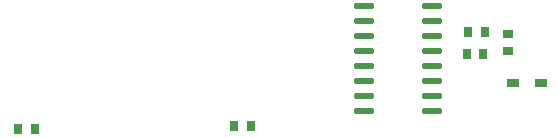
<source format=gtp>
G04 Layer: TopPasteMaskLayer*
G04 EasyEDA v6.5.42, 2024-05-08 18:12:25*
G04 be8ffc033df6498d868a6c16453b8217,f8c0e07f684e49ff84154c9ab2af1557,10*
G04 Gerber Generator version 0.2*
G04 Scale: 100 percent, Rotated: No, Reflected: No *
G04 Dimensions in millimeters *
G04 leading zeros omitted , absolute positions ,4 integer and 5 decimal *
%FSLAX45Y45*%
%MOMM*%

%ADD10R,0.8000X0.9000*%
%ADD11R,0.9000X0.8000*%
%ADD12R,1.0000X0.7500*%
%ADD13O,1.7450054X0.5599938*%

%LPD*%
D10*
G01*
X3943197Y-2870200D03*
G01*
X4083202Y-2870200D03*
D11*
G01*
X6261100Y-2229002D03*
G01*
X6261100Y-2088997D03*
D10*
G01*
X2114397Y-2895600D03*
G01*
X2254402Y-2895600D03*
G01*
X6051702Y-2260600D03*
G01*
X5911697Y-2260600D03*
G01*
X6064402Y-2070100D03*
G01*
X5924397Y-2070100D03*
D12*
G01*
X6543459Y-2501900D03*
G01*
X6308940Y-2501900D03*
D13*
G01*
X5046751Y-1854200D03*
G01*
X5046751Y-1981200D03*
G01*
X5046751Y-2108200D03*
G01*
X5046751Y-2235200D03*
G01*
X5046751Y-2362200D03*
G01*
X5046751Y-2489200D03*
G01*
X5046751Y-2616200D03*
G01*
X5046751Y-2743200D03*
G01*
X5621248Y-1854200D03*
G01*
X5621248Y-1981200D03*
G01*
X5621248Y-2108200D03*
G01*
X5621248Y-2235200D03*
G01*
X5621248Y-2362200D03*
G01*
X5621248Y-2489200D03*
G01*
X5621248Y-2616200D03*
G01*
X5621248Y-2743200D03*
M02*

</source>
